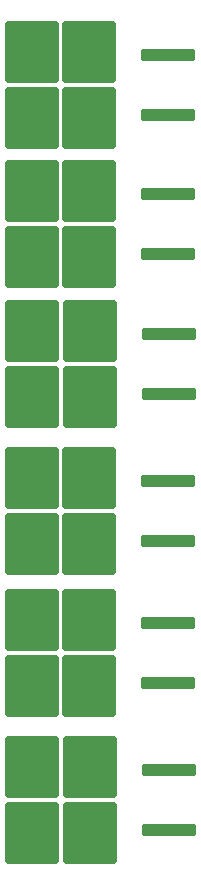
<source format=gtp>
G04 #@! TF.GenerationSoftware,KiCad,Pcbnew,7.0.1*
G04 #@! TF.CreationDate,2023-04-21T09:31:29-07:00*
G04 #@! TF.ProjectId,xt60_array,78743630-5f61-4727-9261-792e6b696361,rev?*
G04 #@! TF.SameCoordinates,Original*
G04 #@! TF.FileFunction,Paste,Top*
G04 #@! TF.FilePolarity,Positive*
%FSLAX46Y46*%
G04 Gerber Fmt 4.6, Leading zero omitted, Abs format (unit mm)*
G04 Created by KiCad (PCBNEW 7.0.1) date 2023-04-21 09:31:29*
%MOMM*%
%LPD*%
G01*
G04 APERTURE LIST*
G04 Aperture macros list*
%AMRoundRect*
0 Rectangle with rounded corners*
0 $1 Rounding radius*
0 $2 $3 $4 $5 $6 $7 $8 $9 X,Y pos of 4 corners*
0 Add a 4 corners polygon primitive as box body*
4,1,4,$2,$3,$4,$5,$6,$7,$8,$9,$2,$3,0*
0 Add four circle primitives for the rounded corners*
1,1,$1+$1,$2,$3*
1,1,$1+$1,$4,$5*
1,1,$1+$1,$6,$7*
1,1,$1+$1,$8,$9*
0 Add four rect primitives between the rounded corners*
20,1,$1+$1,$2,$3,$4,$5,0*
20,1,$1+$1,$4,$5,$6,$7,0*
20,1,$1+$1,$6,$7,$8,$9,0*
20,1,$1+$1,$8,$9,$2,$3,0*%
G04 Aperture macros list end*
%ADD10RoundRect,0.250000X2.025000X2.375000X-2.025000X2.375000X-2.025000X-2.375000X2.025000X-2.375000X0*%
%ADD11RoundRect,0.275000X2.025000X0.275000X-2.025000X0.275000X-2.025000X-0.275000X2.025000X-0.275000X0*%
G04 APERTURE END LIST*
D10*
X163325000Y-131775000D03*
X163325000Y-126225000D03*
X158475000Y-131775000D03*
X158475000Y-126225000D03*
D11*
X170050000Y-131540000D03*
X170050000Y-126460000D03*
D10*
X163275000Y-107315000D03*
X163275000Y-101765000D03*
X158425000Y-107315000D03*
X158425000Y-101765000D03*
D11*
X170000000Y-107080000D03*
X170000000Y-102000000D03*
D10*
X163275000Y-71235000D03*
X163275000Y-65685000D03*
X158425000Y-71235000D03*
X158425000Y-65685000D03*
D11*
X170000000Y-71000000D03*
X170000000Y-65920000D03*
D10*
X163275000Y-119315000D03*
X163275000Y-113765000D03*
X158425000Y-119315000D03*
X158425000Y-113765000D03*
D11*
X170000000Y-119080000D03*
X170000000Y-114000000D03*
D10*
X163275000Y-83000000D03*
X163275000Y-77450000D03*
X158425000Y-83000000D03*
X158425000Y-77450000D03*
D11*
X170000000Y-82765000D03*
X170000000Y-77685000D03*
D10*
X163325000Y-94825000D03*
X163325000Y-89275000D03*
X158475000Y-94825000D03*
X158475000Y-89275000D03*
D11*
X170050000Y-94590000D03*
X170050000Y-89510000D03*
M02*

</source>
